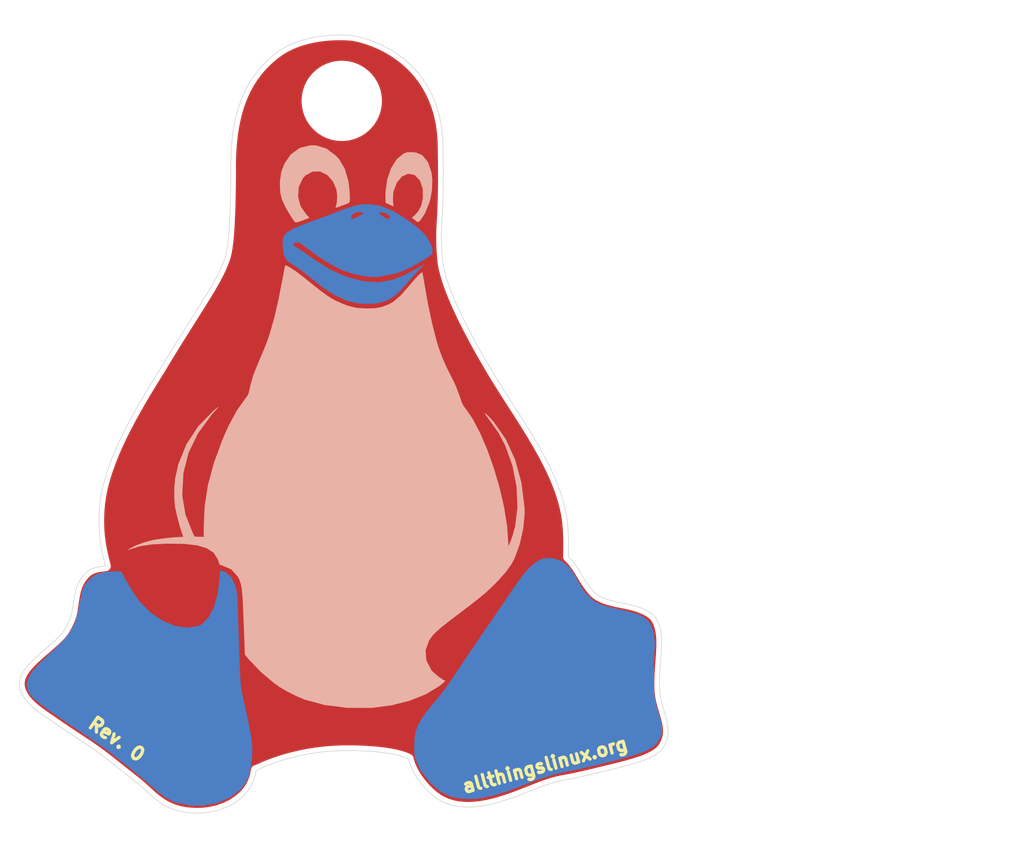
<source format=kicad_pcb>
(kicad_pcb (version 20241229) (generator "pcbnew") (generator_version "9.0")
  (title_block (title "Tux Keychain") (date "2025-05-20") (rev "0") (company "All Things Linux 501(c)(3)"))
  (layers (0 "F.Cu" signal) (4 "In1.Cu" signal) (6 "In2.Cu" signal) (8 "In3.Cu" signal) (10 "In4.Cu" signal) (2 "B.Cu" signal) (13 "F.Paste" user) (15 "B.Paste" user) (5 "F.SilkS" user "F.Silkscreen") (7 "B.SilkS" user "B.Silkscreen") (1 "F.Mask" user) (3 "B.Mask" user) (25 "Edge.Cuts" user))
  (net 0 "")
  (footprint "Graphics" (layer "F.Cu") (at 126.5 32.7 180)
    (property "Reference" "" (at 0 0 0) (layer "B.SilkS") (effects (font (size 1.27 1.27)) (justify mirror)))
    (property "Value" "")
  )
  (footprint "Graphics" (layer "B.Cu") (at 126.5 32.7 180)
    (property "Reference" "" (at 0 0 0) (layer "B.SilkS") (effects (font (size 1.27 1.27)) (justify mirror)))
    (property "Value" "")
  )
  (footprint "Graphics" (layer "B.Cu") (at 126.5 32.7 180)
    (property "Reference" "" (at 0 0 0) (layer "B.SilkS") (effects (font (size 1.27 1.27)) (justify mirror)))
    (property "Value" "")
    (fp_poly (pts (xy 20.185 -9.056) (xy 20.403 -9.143) (xy 20.931 -9.576) (xy 21.361 -10.265) (xy 21.659 -11.132) (xy 21.791 -12.098) (xy 21.794 -12.392) (xy 21.782 -12.944) (xy 21.469 -13.086) (xy 21.156 -13.227) (xy 21.187 -13.089) (xy 21.217 -12.701) (xy 21.195 -12.23) (xy 21.164 -12.031) (xy 20.903 -11.365) (xy 20.512 -10.908) (xy 20.048 -10.701) (xy 19.567 -10.788) (xy 19.53 -10.808) (xy 19.139 -11.222) (xy 18.925 -11.843) (xy 18.909 -12.578) (xy 19.046 -13.172) (xy 19.274 -13.602) (xy 19.567 -13.93) (xy 19.582 -13.942) (xy 19.743 -14.069) (xy 19.753 -14.084) (xy 19.643 -14.185) (xy 19.421 -14.353) (xy 19.306 -14.431) (xy 19.16 -14.358) (xy 19.125 -14.324) (xy 18.75 -13.765) (xy 18.414 -12.93) (xy 18.321 -12.616) (xy 18.204 -11.918) (xy 18.183 -11.139) (xy 18.238 -10.624) (xy 18.51 -9.81) (xy 18.935 -9.29) (xy 18.982 -9.257) (xy 19.429 -9.061) (xy 19.84 -9.025)) (fill yes) (layer "B.SilkS"))
    (fp_poly (pts (xy 28.397 -8.704) (xy 29.091 -9.208) (xy 29.572 -9.906) (xy 29.825 -10.554) (xy 29.924 -11.26) (xy 29.93 -11.542) (xy 29.903 -12.149) (xy 29.787 -12.632) (xy 29.569 -13.133) (xy 29.356 -13.53) (xy 29.096 -13.965) (xy 28.864 -14.314) (xy 28.75 -14.449) (xy 28.59 -14.439) (xy 28.186 -14.302) (xy 28.182 -14.301) (xy 27.826 -14.166) (xy 27.657 -14.098) (xy 27.655 -14.097) (xy 27.746 -13.988) (xy 27.894 -13.838) (xy 28.334 -13.203) (xy 28.528 -12.464) (xy 28.472 -11.718) (xy 28.164 -11.062) (xy 27.963 -10.84) (xy 27.418 -10.535) (xy 26.839 -10.527) (xy 26.293 -10.789) (xy 25.843 -11.29) (xy 25.575 -11.919) (xy 25.52 -12.379) (xy 25.54 -12.888) (xy 25.579 -13.081) (xy 25.638 -13.297) (xy 25.643 -13.322) (xy 25.516 -13.3) (xy 25.419 -13.264) (xy 25.065 -13.131) (xy 24.886 -13.069) (xy 24.621 -12.957) (xy 24.549 -12.854) (xy 24.533 -12.556) (xy 24.556 -12.07) (xy 24.609 -11.549) (xy 24.66 -11.23) (xy 24.93 -10.31) (xy 25.345 -9.605) (xy 25.614 -9.306) (xy 26.345 -8.754) (xy 27.129 -8.514) (xy 27.563 -8.502)) (fill yes) (layer "B.SilkS"))
    (fp_poly (pts (xy 29.548 -17.861) (xy 29.607 -18.143) (xy 29.674 -18.518) (xy 30.027 -20.347) (xy 30.38 -21.869) (xy 30.725 -23.068) (xy 30.885 -23.536) (xy 31.073 -24.033) (xy 31.329 -24.653) (xy 31.676 -25.463) (xy 31.967 -26.191) (xy 32.166 -26.866) (xy 32.261 -27.286) (xy 32.346 -27.642) (xy 32.451 -27.854) (xy 32.594 -28.032) (xy 33.256 -28.967) (xy 33.91 -30.182) (xy 34.364 -31.213) (xy 35.029 -33.034) (xy 35.476 -34.704) (xy 35.726 -36.316) (xy 35.798 -37.837) (xy 35.798 -38.703) (xy 36.15 -38.691) (xy 36.502 -38.678) (xy 36.662 -38.358) (xy 37.209 -36.963) (xy 37.443 -35.568) (xy 37.45 -35.414) (xy 37.362 -33.763) (xy 36.963 -32.209) (xy 36.244 -30.726) (xy 35.196 -29.292) (xy 34.911 -28.971) (xy 34.672 -28.704) (xy 34.652 -28.654) (xy 34.869 -28.824) (xy 35.061 -28.984) (xy 36.225 -30.174) (xy 37.135 -31.565) (xy 37.76 -33.104) (xy 38.003 -34.191) (xy 38.068 -34.926) (xy 38.069 -35.732) (xy 38.007 -36.411) (xy 38.002 -36.438) (xy 37.851 -37.123) (xy 37.647 -37.886) (xy 37.509 -38.326) (xy 37.382 -38.699) (xy 37.475 -38.7) (xy 38.027 -38.728) (xy 38.737 -38.798) (xy 39.43 -38.893) (xy 39.702 -38.94) (xy 40.371 -39.114) (xy 41.018 -39.354) (xy 41.506 -39.606) (xy 41.601 -39.676) (xy 41.654 -39.736) (xy 41.475 -39.665) (xy 41.461 -39.659) (xy 40.744 -39.429) (xy 39.835 -39.287) (xy 38.691 -39.224) (xy 37.354 -39.238) (xy 36.319 -39.355) (xy 35.56 -39.579) (xy 35.05 -39.914) (xy 34.72 -40.414) (xy 34.624 -40.716) (xy 34.56 -40.854) (xy 34.367 -40.911) (xy 33.667 -41.216) (xy 33.159 -41.786) (xy 33.044 -42.023) (xy 32.97 -42.229) (xy 32.91 -42.468) (xy 32.862 -42.787) (xy 32.821 -43.236) (xy 32.783 -43.861) (xy 32.744 -44.711) (xy 32.7 -45.835) (xy 32.679 -46.391) (xy 32.628 -47.79) (xy 32.35 -48.119) (xy 31.425 -49.092) (xy 30.404 -49.961) (xy 29.974 -50.268) (xy 29.394 -50.61) (xy 28.695 -50.964) (xy 28.072 -51.232) (xy 28.048 -51.241) (xy 26.489 -51.664) (xy 24.75 -51.884) (xy 22.937 -51.89) (xy 22.804 -51.882) (xy 21.326 -51.691) (xy 19.93 -51.335) (xy 18.688 -50.84) (xy 17.678 -50.234) (xy 17.382 -49.991) (xy 17.176 -49.805) (xy 17.349 -49.716) (xy 17.744 -49.449) (xy 18.143 -49.095) (xy 18.272 -48.949) (xy 18.647 -48.206) (xy 18.697 -47.427) (xy 18.425 -46.673) (xy 18.13 -46.279) (xy 17.858 -46.005) (xy 17.494 -45.686) (xy 16.979 -45.274) (xy 16.256 -44.721) (xy 16.107 -44.609) (xy 15.231 -43.943) (xy 14.566 -43.421) (xy 14.048 -42.987) (xy 13.61 -42.584) (xy 13.187 -42.158) (xy 13.01 -41.97) (xy 12.451 -41.333) (xy 12.067 -40.782) (xy 11.838 -40.346) (xy 11.447 -39.283) (xy 11.177 -38.083) (xy 11.063 -36.915) (xy 11.07 -36.459) (xy 11.315 -34.517) (xy 11.801 -32.743) (xy 12.516 -31.17) (xy 13.447 -29.831) (xy 13.756 -29.491) (xy 14.062 -29.199) (xy 14.161 -29.156) (xy 14.035 -29.356) (xy 13.887 -29.541) (xy 13.08 -30.681) (xy 12.556 -31.674) (xy 12.007 -33.216) (xy 11.694 -34.819) (xy 11.622 -36.401) (xy 11.799 -37.882) (xy 11.988 -38.577) (xy 12.134 -38.985) (xy 12.241 -39.241) (xy 12.327 -39.403) (xy 12.329 -39.126) (xy 12.417 -37.855) (xy 12.645 -36.434) (xy 12.991 -34.933) (xy 13.432 -33.424) (xy 13.946 -31.977) (xy 14.509 -30.662) (xy 15.099 -29.552) (xy 15.657 -28.758) (xy 15.801 -28.56) (xy 15.922 -28.295) (xy 16.078 -27.841) (xy 16.375 -27.053) (xy 16.557 -26.667) (xy 17.067 -25.654) (xy 17.439 -24.807) (xy 17.725 -24.007) (xy 17.851 -23.592) (xy 18.187 -22.283) (xy 18.507 -20.783) (xy 18.776 -19.264) (xy 18.859 -18.76) (xy 18.922 -18.414) (xy 18.941 -18.329) (xy 18.998 -18.304) (xy 19.164 -18.442) (xy 19.295 -18.571) (xy 19.626 -18.93) (xy 19.997 -19.368) (xy 20.026 -19.404) (xy 20.641 -20.104) (xy 21.184 -20.563) (xy 21.52 -20.757) (xy 22.071 -20.972) (xy 22.659 -21.071) (xy 23.254 -21.088) (xy 24.021 -21.04) (xy 24.703 -20.871) (xy 25.184 -20.684) (xy 25.56 -20.516) (xy 25.902 -20.336) (xy 26.268 -20.103) (xy 26.715 -19.779) (xy 27.3 -19.322) (xy 28.082 -18.694) (xy 28.23 -18.574) (xy 28.752 -18.182) (xy 29.225 -17.88) (xy 29.447 -17.77) (xy 29.503 -17.765)) (fill yes) (layer "B.SilkS"))
  )
  (footprint "DrillHole" (layer "B.Cu") (at 101.339 37.78 180)
    (property "Reference" "" (at 0 0 0) (layer "B.SilkS") (effects (font (size 1.27 1.27)) (justify mirror)))
    (property "Value" "")
    (pad "" np_thru_hole circle (at 0 0 180) (size 5.685 5.685) (drill 5.685) (layers "*.Cu" "*.Mask") (clearance 0.1))
  )
  (footprint "Graphics" (layer "B.Cu") (at 126.5 32.7 180)
    (property "Reference" "" (at 0 0 0) (layer "B.SilkS") (effects (font (size 1.27 1.27)) (justify mirror)))
    (property "Value" "")
  )
  (footprint "Graphics" (layer "B.Cu") (at 126.5 32.7 180)
    (property "Reference" "" (at 0 0 0) (layer "B.SilkS") (effects (font (size 1.27 1.27)) (justify mirror)))
    (property "Value" "")
  )
  (footprint "Graphics" (layer "B.Cu") (at 126.5 32.7 180)
    (property "Reference" "" (at 0 0 0) (layer "B.SilkS") (effects (font (size 1.27 1.27)) (justify mirror)))
    (property "Value" "")
    (fp_poly (pts (xy 34.576 -41.834) (xy 34.72 -43.042) (xy 35.003 -44.069) (xy 35.405 -44.871) (xy 35.907 -45.407) (xy 36.203 -45.565) (xy 37.055 -45.71) (xy 37.99 -45.57) (xy 38.95 -45.174) (xy 39.875 -44.546) (xy 40.706 -43.715) (xy 40.88 -43.494) (xy 41.307 -42.865) (xy 41.754 -42.114) (xy 41.953 -41.744) (xy 42.133 -41.392) (xy 42.401 -41.364) (xy 42.988 -41.364) (xy 43.623 -41.454) (xy 44.121 -41.606) (xy 44.165 -41.629) (xy 44.494 -41.883) (xy 44.839 -42.245) (xy 45.009 -42.486) (xy 45.144 -42.837) (xy 45.267 -43.365) (xy 45.336 -43.756) (xy 45.518 -44.663) (xy 45.755 -45.395) (xy 46.098 -46.035) (xy 46.596 -46.663) (xy 47.298 -47.363) (xy 47.753 -47.777) (xy 48.425 -48.418) (xy 48.962 -49.015) (xy 49.248 -49.413) (xy 49.466 -49.989) (xy 49.373 -50.527) (xy 49.24 -50.766) (xy 49.078 -50.982) (xy 48.845 -51.221) (xy 48.505 -51.508) (xy 48.021 -51.874) (xy 47.356 -52.345) (xy 46.473 -52.951) (xy 45.526 -53.589) (xy 44.796 -54.083) (xy 44.133 -54.536) (xy 43.609 -54.9) (xy 43.294 -55.126) (xy 43.286 -55.132) (xy 42.653 -55.622) (xy 41.934 -56.19) (xy 41.211 -56.773) (xy 40.562 -57.304) (xy 40.069 -57.721) (xy 39.922 -57.851) (xy 39.243 -58.438) (xy 38.699 -58.832) (xy 38.199 -59.092) (xy 37.867 -59.215) (xy 36.684 -59.434) (xy 35.819 -59.428) (xy 34.701 -59.213) (xy 33.691 -58.756) (xy 33.013 -58.23) (xy 32.61 -57.738) (xy 32.339 -57.159) (xy 32.163 -56.4) (xy 32.082 -55.746) (xy 32.051 -55.264) (xy 32.062 -54.777) (xy 32.126 -54.211) (xy 32.251 -53.495) (xy 32.447 -52.558) (xy 32.577 -51.972) (xy 32.722 -51.308) (xy 32.843 -50.728) (xy 32.914 -50.354) (xy 32.915 -50.348) (xy 32.951 -49.973) (xy 32.991 -49.277) (xy 33.035 -48.253) (xy 33.083 -46.899) (xy 33.135 -45.21) (xy 33.153 -44.588) (xy 33.181 -43.79) (xy 33.216 -43.241) (xy 33.267 -42.85) (xy 33.343 -42.523) (xy 33.35 -42.499) (xy 33.663 -41.825) (xy 34.125 -41.418) (xy 34.394 -41.329) (xy 34.548 -41.301)) (fill yes) (layer "B.Cu"))
    (fp_poly (pts (xy 9.682 -40.381) (xy 9.979 -40.513) (xy 10.388 -40.778) (xy 10.801 -41.164) (xy 11.266 -41.725) (xy 11.829 -42.513) (xy 12.063 -42.86) (xy 12.363 -43.305) (xy 12.798 -43.944) (xy 13.309 -44.691) (xy 13.824 -45.441) (xy 14.431 -46.328) (xy 15.095 -47.305) (xy 15.724 -48.237) (xy 16.12 -48.829) (xy 16.631 -49.594) (xy 17.01 -50.149) (xy 17.314 -50.571) (xy 17.598 -50.935) (xy 17.917 -51.317) (xy 18.149 -51.585) (xy 18.828 -52.44) (xy 19.264 -53.172) (xy 19.481 -53.768) (xy 19.547 -54.224) (xy 19.577 -54.82) (xy 19.567 -55.388) (xy 19.524 -55.724) (xy 19.134 -56.638) (xy 18.429 -57.571) (xy 18.287 -57.722) (xy 17.525 -58.377) (xy 16.738 -58.757) (xy 15.809 -58.91) (xy 15.389 -58.918) (xy 14.95 -58.909) (xy 14.673 -58.897) (xy 14.656 -58.895) (xy 14.412 -58.852) (xy 14.005 -58.772) (xy 14.002 -58.771) (xy 13.554 -58.672) (xy 13.103 -58.549) (xy 12.583 -58.382) (xy 11.925 -58.147) (xy 11.062 -57.821) (xy 10.347 -57.545) (xy 9.543 -57.251) (xy 8.816 -57.035) (xy 7.983 -56.844) (xy 7.736 -56.793) (xy 6.766 -56.588) (xy 5.697 -56.344) (xy 4.622 -56.083) (xy 3.634 -55.829) (xy 2.827 -55.605) (xy 2.441 -55.485) (xy 1.642 -55.179) (xy 1.107 -54.858) (xy 0.76 -54.465) (xy 0.57 -54.071) (xy 0.473 -53.646) (xy 0.51 -53.149) (xy 0.692 -52.47) (xy 0.721 -52.38) (xy 0.934 -51.654) (xy 1.06 -50.998) (xy 1.123 -50.253) (xy 1.14 -49.708) (xy 1.138 -48.687) (xy 1.092 -47.901) (xy 1.051 -47.357) (xy 1.028 -46.924) (xy 1.026 -46.813) (xy 1.121 -46.049) (xy 1.37 -45.405) (xy 1.603 -45.101) (xy 1.896 -44.88) (xy 2.287 -44.695) (xy 2.852 -44.518) (xy 3.666 -44.32) (xy 3.812 -44.287) (xy 4.62 -44.096) (xy 5.184 -43.919) (xy 5.598 -43.716) (xy 5.954 -43.445) (xy 6.168 -43.244) (xy 6.399 -43.001) (xy 6.596 -42.738) (xy 6.823 -42.36) (xy 7.128 -41.8) (xy 7.591 -41.089) (xy 8.093 -40.648) (xy 8.244 -40.566) (xy 8.856 -40.352) (xy 9.338 -40.329)) (fill yes) (layer "B.Cu"))
    (fp_poly (pts (xy 23.68 -13.067) (xy 24.124 -13.148) (xy 24.669 -13.315) (xy 25.419 -13.595) (xy 25.431 -13.6) (xy 26.041 -13.836) (xy 26.612 -14.052) (xy 26.838 -14.136) (xy 27.626 -14.426) (xy 28.162 -14.626) (xy 28.512 -14.762) (xy 28.744 -14.859) (xy 28.865 -14.914) (xy 29.389 -15.226) (xy 29.621 -15.498) (xy 29.692 -15.683) (xy 29.716 -15.96) (xy 29.717 -16.171) (xy 29.649 -16.873) (xy 29.429 -17.336) (xy 29.17 -17.558) (xy 28.502 -17.995) (xy 27.905 -18.44) (xy 27.521 -18.75) (xy 26.799 -19.327) (xy 26.232 -19.737) (xy 25.728 -20.044) (xy 25.653 -20.086) (xy 24.769 -20.492) (xy 23.953 -20.691) (xy 23.232 -20.731) (xy 22.766 -20.718) (xy 22.438 -20.693) (xy 22.422 -20.691) (xy 21.765 -20.503) (xy 21.376 -20.314) (xy 20.972 -20.024) (xy 20.55 -19.612) (xy 20.14 -19.141) (xy 19.725 -18.665) (xy 19.318 -18.227) (xy 19.226 -18.135) (xy 18.95 -17.854) (xy 18.818 -17.705) (xy 18.816 -17.7) (xy 18.946 -17.757) (xy 19.266 -17.935) (xy 19.36 -17.99) (xy 20.356 -18.524) (xy 21.212 -18.858) (xy 22.033 -19.027) (xy 22.425 -19.06) (xy 23.571 -18.977) (xy 24.884 -18.614) (xy 25.035 -18.558) (xy 26.09 -18.059) (xy 27.294 -17.302) (xy 27.816 -16.927) (xy 28.243 -16.63) (xy 28.566 -16.427) (xy 28.838 -16.246) (xy 28.921 -16.158) (xy 28.803 -16.036) (xy 28.574 -16.001) (xy 28.421 -16.029) (xy 28.216 -16.155) (xy 27.855 -16.441) (xy 27.117 -16.99) (xy 26.275 -17.53) (xy 25.46 -17.982) (xy 24.939 -18.217) (xy 24.092 -18.476) (xy 23.21 -18.637) (xy 22.455 -18.671) (xy 22.404 -18.667) (xy 20.986 -18.391) (xy 20.16 -18.068) (xy 19.652 -17.807) (xy 19.11 -17.502) (xy 18.625 -17.207) (xy 18.286 -16.976) (xy 18.183 -16.88) (xy 18.167 -16.512) (xy 18.349 -16.006) (xy 18.687 -15.47) (xy 18.759 -15.382) (xy 19.264 -14.892) (xy 19.967 -14.349) (xy 20.551 -13.966) (xy 21.484 -13.966) (xy 21.502 -14.142) (xy 21.637 -14.199) (xy 21.883 -14.061) (xy 21.93 -14.027) (xy 22.182 -13.846) (xy 22.256 -13.797) (xy 22.285 -13.731) (xy 23.467 -13.731) (xy 23.597 -13.824) (xy 23.888 -13.986) (xy 24.195 -14.14) (xy 24.369 -14.207) (xy 24.466 -14.14) (xy 24.405 -13.901) (xy 24.133 -13.707) (xy 23.965 -13.665) (xy 23.673 -13.666) (xy 23.478 -13.714) (xy 23.467 -13.731) (xy 22.285 -13.731) (xy 22.294 -13.71) (xy 22.118 -13.678) (xy 21.852 -13.709) (xy 21.695 -13.763) (xy 21.484 -13.966) (xy 20.551 -13.966) (xy 20.754 -13.833) (xy 21.398 -13.482) (xy 22.202 -13.168) (xy 22.995 -13.051) (xy 23.232 -13.046)) (fill yes) (layer "B.Cu"))
  )
  (gr_poly (pts (xy 100.971 32.702) (xy 101.289 32.7) (xy 101.576 32.707) (xy 101.828 32.719) (xy 102.042 32.735) (xy 102.043 32.735) (xy 102.182 32.752) (xy 102.355 32.78) (xy 102.558 32.821) (xy 102.789 32.876) (xy 103.044 32.946) (xy 103.322 33.032) (xy 103.619 33.136) (xy 103.932 33.258) (xy 104.258 33.399) (xy 104.594 33.561) (xy 104.938 33.745) (xy 105.286 33.952) (xy 105.636 34.183) (xy 105.985 34.438) (xy 106.33 34.72) (xy 106.667 35.029) (xy 106.995 35.366) (xy 107.309 35.733) (xy 107.608 36.13) (xy 107.888 36.559) (xy 108.147 37.02) (xy 108.231 37.189) (xy 108.425 37.61) (xy 108.598 38.055) (xy 108.751 38.525) (xy 108.881 39.022) (xy 108.986 39.545) (xy 109.065 40.095) (xy 109.115 40.673) (xy 109.135 41.16) (xy 109.145 41.752) (xy 109.152 42.303) (xy 109.157 42.816) (xy 109.159 43.292) (xy 109.159 43.734) (xy 109.158 44.142) (xy 109.154 44.52) (xy 109.149 44.869) (xy 109.143 45.191) (xy 109.135 45.488) (xy 109.127 45.762) (xy 109.117 46.016) (xy 109.107 46.25) (xy 109.097 46.467) (xy 109.087 46.669) (xy 109.076 46.857) (xy 109.066 47.035) (xy 109.056 47.203) (xy 109.047 47.364) (xy 109.039 47.52) (xy 109.032 47.672) (xy 109.026 47.823) (xy 109.021 47.975) (xy 109.018 48.129) (xy 109.017 48.287) (xy 109.018 48.452) (xy 109.021 48.625) (xy 109.026 48.809) (xy 109.034 49.005) (xy 109.045 49.215) (xy 109.059 49.442) (xy 109.076 49.686) (xy 109.097 49.951) (xy 109.103 50.023) (xy 109.145 50.365) (xy 109.217 50.735) (xy 109.315 51.127) (xy 109.438 51.54) (xy 109.584 51.972) (xy 109.749 52.418) (xy 109.934 52.877) (xy 110.133 53.346) (xy 110.347 53.822) (xy 110.572 54.302) (xy 110.682 54.528) (xy 110.936 55.039) (xy 111.197 55.546) (xy 111.461 56.046) (xy 111.727 56.537) (xy 111.991 57.013) (xy 112.251 57.473) (xy 112.505 57.913) (xy 112.749 58.33) (xy 112.981 58.72) (xy 113.199 59.08) (xy 113.4 59.407) (xy 113.449 59.487) (xy 113.945 60.274) (xy 114.455 61.069) (xy 114.969 61.87) (xy 115.482 62.678) (xy 115.984 63.49) (xy 116.468 64.308) (xy 116.926 65.131) (xy 117.35 65.957) (xy 117.402 66.065) (xy 117.688 66.677) (xy 117.947 67.292) (xy 118.177 67.907) (xy 118.374 68.524) (xy 118.536 69.142) (xy 118.66 69.761) (xy 118.684 69.913) (xy 118.737 70.346) (xy 118.775 70.809) (xy 118.798 71.295) (xy 118.81 71.797) (xy 118.81 72.305) (xy 118.802 72.812) (xy 118.799 72.933) (xy 119.037 73.171) (xy 119.254 73.436) (xy 119.457 73.724) (xy 119.652 74.027) (xy 119.843 74.34) (xy 120.038 74.658) (xy 120.242 74.974) (xy 120.462 75.284) (xy 120.703 75.58) (xy 120.738 75.619) (xy 120.918 75.788) (xy 121.13 75.933) (xy 121.369 76.059) (xy 121.633 76.167) (xy 121.919 76.261) (xy 122.224 76.344) (xy 122.546 76.419) (xy 122.881 76.489) (xy 123.228 76.558) (xy 123.304 76.574) (xy 123.593 76.636) (xy 123.88 76.71) (xy 124.162 76.796) (xy 124.433 76.895) (xy 124.69 77.005) (xy 124.927 77.128) (xy 125.14 77.263) (xy 125.325 77.411) (xy 125.477 77.571) (xy 125.561 77.69) (xy 125.666 77.886) (xy 125.787 78.168) (xy 125.875 78.471) (xy 125.935 78.792) (xy 125.971 79.13) (xy 125.986 79.481) (xy 125.984 79.845) (xy 125.969 80.219) (xy 125.945 80.6) (xy 125.916 80.986) (xy 125.885 81.376) (xy 125.857 81.766) (xy 125.836 82.156) (xy 125.824 82.542) (xy 125.826 82.923) (xy 125.847 83.296) (xy 125.889 83.66) (xy 125.956 84.011) (xy 125.958 84.019) (xy 126.052 84.377) (xy 126.154 84.729) (xy 126.257 85.074) (xy 126.352 85.411) (xy 126.43 85.742) (xy 126.482 86.065) (xy 126.5 86.347) (xy 126.49 86.572) (xy 126.457 86.803) (xy 126.395 87.042) (xy 126.3 87.292) (xy 126.169 87.552) (xy 126.168 87.553) (xy 126.032 87.752) (xy 125.858 87.936) (xy 125.648 88.106) (xy 125.401 88.264) (xy 125.121 88.412) (xy 124.807 88.551) (xy 124.462 88.683) (xy 124.425 88.696) (xy 123.991 88.839) (xy 123.517 88.978) (xy 123.006 89.116) (xy 122.458 89.255) (xy 121.876 89.397) (xy 121.364 89.521) (xy 120.945 89.621) (xy 119.997 89.847) (xy 119.306 89.998) (xy 119.095 90.042) (xy 118.919 90.077) (xy 118.769 90.105) (xy 118.64 90.129) (xy 118.562 90.143) (xy 118.426 90.168) (xy 118.297 90.192) (xy 118.173 90.217) (xy 118.051 90.243) (xy 117.927 90.271) (xy 117.799 90.304) (xy 117.663 90.342) (xy 117.516 90.385) (xy 117.356 90.436) (xy 117.18 90.496) (xy 116.984 90.565) (xy 116.765 90.644) (xy 116.52 90.736) (xy 116.247 90.84) (xy 115.942 90.959) (xy 115.603 91.093) (xy 115.431 91.161) (xy 114.879 91.377) (xy 114.29 91.591) (xy 113.798 91.753) (xy 113.379 91.879) (xy 112.949 91.993) (xy 112.511 92.09) (xy 112.069 92.166) (xy 111.623 92.218) (xy 111.178 92.242) (xy 110.735 92.233) (xy 110.297 92.188) (xy 110.138 92.161) (xy 109.782 92.08) (xy 109.434 91.967) (xy 109.098 91.822) (xy 108.774 91.64) (xy 108.463 91.421) (xy 108.441 91.404) (xy 108.097 91.107) (xy 107.767 90.776) (xy 107.459 90.421) (xy 107.181 90.049) (xy 107.04 89.835) (xy 106.831 89.47) (xy 106.775 89.357) (xy 106.623 89.009) (xy 106.595 88.932) (xy 106.495 88.607) (xy 106.476 88.526) (xy 106.373 88.476) (xy 106.25 88.425) (xy 106.105 88.371) (xy 105.938 88.317) (xy 105.747 88.262) (xy 105.53 88.208) (xy 105.286 88.156) (xy 105.013 88.106) (xy 104.71 88.059) (xy 104.375 88.015) (xy 104.007 87.976) (xy 103.603 87.943) (xy 103.163 87.915) (xy 102.685 87.894) (xy 102.168 87.881) (xy 101.93 87.878) (xy 101.338 87.882) (xy 100.765 87.906) (xy 100.212 87.946) (xy 99.681 88.003) (xy 99.172 88.072) (xy 98.686 88.153) (xy 98.224 88.244) (xy 97.787 88.342) (xy 97.376 88.446) (xy 96.991 88.553) (xy 96.633 88.663) (xy 96.304 88.772) (xy 96.003 88.878) (xy 95.733 88.981) (xy 95.494 89.078) (xy 95.286 89.166) (xy 95.111 89.245) (xy 94.969 89.311) (xy 94.862 89.364) (xy 94.79 89.401) (xy 94.754 89.42) (xy 94.75 89.423) (xy 94.748 89.39) (xy 94.665 89.784) (xy 94.612 89.978) (xy 94.49 90.315) (xy 94.334 90.634) (xy 94.272 90.739) (xy 94.087 91.004) (xy 93.866 91.261) (xy 93.7 91.427) (xy 93.405 91.678) (xy 93.071 91.912) (xy 92.785 92.08) (xy 92.408 92.261) (xy 92 92.416) (xy 91.685 92.51) (xy 91.261 92.606) (xy 90.813 92.67) (xy 90.498 92.694) (xy 90.037 92.7) (xy 89.56 92.67) (xy 89.262 92.633) (xy 88.878 92.561) (xy 88.524 92.466) (xy 88.197 92.349) (xy 87.895 92.213) (xy 87.612 92.059) (xy 87.495 91.988) (xy 87.143 91.745) (xy 86.817 91.483) (xy 86.505 91.208) (xy 86.25 90.974) (xy 86.238 90.963) (xy 85.883 90.638) (xy 85.509 90.322) (xy 85.428 90.259) (xy 85.088 89.996) (xy 84.887 89.837) (xy 84.733 89.716) (xy 84.605 89.614) (xy 84.495 89.527) (xy 84.396 89.447) (xy 84.353 89.412) (xy 83.587 88.801) (xy 83.048 88.382) (xy 82.475 87.958) (xy 81.87 87.534) (xy 81.582 87.343) (xy 81.159 87.065) (xy 80.718 86.772) (xy 80.307 86.498) (xy 79.61 86.028) (xy 78.962 85.582) (xy 78.717 85.414) (xy 78.46 85.238) (xy 78.197 85.053) (xy 77.934 84.858) (xy 77.677 84.654) (xy 77.431 84.44) (xy 77.202 84.215) (xy 76.997 83.98) (xy 76.822 83.733) (xy 76.692 83.495) (xy 76.595 83.27) (xy 76.53 83.036) (xy 76.5 82.792) (xy 76.502 82.625) (xy 76.538 82.385) (xy 76.612 82.15) (xy 76.722 81.918) (xy 76.862 81.688) (xy 77.03 81.461) (xy 77.221 81.237) (xy 77.431 81.015) (xy 77.658 80.794) (xy 77.895 80.575) (xy 78.141 80.358) (xy 78.391 80.141) (xy 78.641 79.925) (xy 78.747 79.833) (xy 79.003 79.608) (xy 79.252 79.383) (xy 79.487 79.158) (xy 79.701 78.932) (xy 79.885 78.705) (xy 80.008 78.521) (xy 80.121 78.32) (xy 80.235 78.096) (xy 80.343 77.861) (xy 80.437 77.623) (xy 80.51 77.394) (xy 80.548 77.233) (xy 80.611 76.862) (xy 80.665 76.511) (xy 80.715 76.18) (xy 80.769 75.866) (xy 80.834 75.568) (xy 80.917 75.284) (xy 81.023 75.012) (xy 81.162 74.751) (xy 81.249 74.617) (xy 81.417 74.395) (xy 81.584 74.212) (xy 81.754 74.062) (xy 81.931 73.944) (xy 82.119 73.851) (xy 82.322 73.781) (xy 82.544 73.729) (xy 82.789 73.691) (xy 82.829 73.687) (xy 83.133 73.643) (xy 83.007 73.145) (xy 82.9 72.679) (xy 82.812 72.238) (xy 82.743 71.818) (xy 82.69 71.412) (xy 82.653 71.014) (xy 82.632 70.62) (xy 82.625 70.222) (xy 82.63 69.817) (xy 82.648 69.397) (xy 82.652 69.34) (xy 82.707 68.738) (xy 82.801 68.128) (xy 82.933 67.509) (xy 83.1 66.881) (xy 83.3 66.246) (xy 83.531 65.603) (xy 83.79 64.954) (xy 84.077 64.299) (xy 84.388 63.638) (xy 84.721 62.972) (xy 85.075 62.301) (xy 85.446 61.626) (xy 85.834 60.948) (xy 86.236 60.267) (xy 86.65 59.583) (xy 87.073 58.897) (xy 87.397 58.38) (xy 87.784 57.734) (xy 88.172 57.097) (xy 88.558 56.472) (xy 88.939 55.862) (xy 89.312 55.267) (xy 89.675 54.692) (xy 90.025 54.137) (xy 90.36 53.606) (xy 90.675 53.1) (xy 90.969 52.622) (xy 91.238 52.175) (xy 91.262 52.134) (xy 91.463 51.785) (xy 91.642 51.462) (xy 91.802 51.159) (xy 91.945 50.867) (xy 92.076 50.578) (xy 92.197 50.285) (xy 92.312 49.981) (xy 92.338 49.907) (xy 92.403 49.691) (xy 92.461 49.435) (xy 92.514 49.137) (xy 92.561 48.798) (xy 92.603 48.418) (xy 92.64 47.996) (xy 92.672 47.532) (xy 92.7 47.027) (xy 92.724 46.48) (xy 92.744 45.891) (xy 92.76 45.259) (xy 92.774 44.586) (xy 92.784 43.87) (xy 92.79 43.418) (xy 92.783 42.703) (xy 92.797 42.022) (xy 92.833 41.376) (xy 92.887 40.763) (xy 92.961 40.182) (xy 93.053 39.631) (xy 93.162 39.11) (xy 93.287 38.618) (xy 93.428 38.153) (xy 93.584 37.714) (xy 93.753 37.3) (xy 93.936 36.91) (xy 94.131 36.543) (xy 94.338 36.198) (xy 94.555 35.873) (xy 94.782 35.567) (xy 95.018 35.28) (xy 95.262 35.009) (xy 95.513 34.755) (xy 95.771 34.515) (xy 96.035 34.29) (xy 96.214 34.145) (xy 96.591 33.875) (xy 96.986 33.64) (xy 97.394 33.437) (xy 97.811 33.264) (xy 98.234 33.119) (xy 98.657 33) (xy 99.078 32.905) (xy 99.492 32.83) (xy 99.895 32.775) (xy 100.283 32.737) (xy 100.651 32.713) (xy 100.971 32.702)) (stroke (width 0.05)) (fill no) (layer "Edge.Cuts"))
  (gr_text "allthingslinux.org\n" (at 117 89 15) (layer "F.SilkS") (effects (font (size 1 1) (thickness 0.25) (bold yes))))
  (gr_text "Rev. ${REVISION}" (at 84 87 325) (layer "F.SilkS") (effects (font (size 1 1) (thickness 0.25) (bold yes))))
  (zone (net 0) (net_name "") (layers "F.Cu" "In1.Cu" "In2.Cu" "In3.Cu" "In4.Cu") (name "GND") (connect_pads (clearance 0.5)) (min_thickness 0.25) (fill yes (thermal_gap 0.5) (thermal_bridge_width 0.5) (island_removal_mode 1) (island_area_min 10))
    (polygon (pts (xy 75 90) (xy 85 95) (xy 110 95) (xy 130 90) (xy 130 75) (xy 120 65) (xy 115 50) (xy 115 35) (xy 110 30) (xy 90 30) (xy 85 35) (xy 85 45) (xy 80 60) (xy 75 70)))
  )
)
</source>
